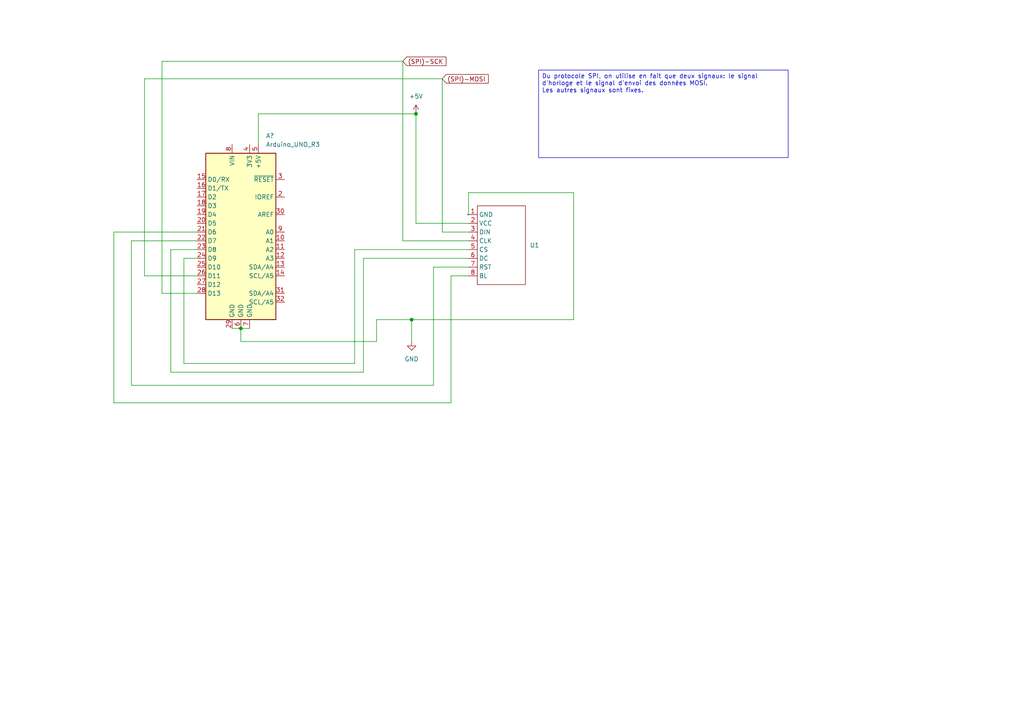
<source format=kicad_sch>
(kicad_sch (version 20230121) (generator eeschema)

  (uuid 4fd0e408-730b-4f40-8331-06ce5caedc80)

  (paper "A4")

  (title_block
    (title "Prototype Affichage de Gare")
    (date "2023-09-10")
    (rev "1")
  )

  (lib_symbols
    (symbol "MCU_Module:Arduino_UNO_R3" (in_bom yes) (on_board yes)
      (property "Reference" "A" (at -10.16 23.495 0)
        (effects (font (size 1.27 1.27)) (justify left bottom))
      )
      (property "Value" "Arduino_UNO_R3" (at 5.08 -26.67 0)
        (effects (font (size 1.27 1.27)) (justify left top))
      )
      (property "Footprint" "Module:Arduino_UNO_R3" (at 0 0 0)
        (effects (font (size 1.27 1.27) italic) hide)
      )
      (property "Datasheet" "https://www.arduino.cc/en/Main/arduinoBoardUno" (at 0 0 0)
        (effects (font (size 1.27 1.27)) hide)
      )
      (property "ki_keywords" "Arduino UNO R3 Microcontroller Module Atmel AVR USB" (at 0 0 0)
        (effects (font (size 1.27 1.27)) hide)
      )
      (property "ki_description" "Arduino UNO Microcontroller Module, release 3" (at 0 0 0)
        (effects (font (size 1.27 1.27)) hide)
      )
      (property "ki_fp_filters" "Arduino*UNO*R3*" (at 0 0 0)
        (effects (font (size 1.27 1.27)) hide)
      )
      (symbol "Arduino_UNO_R3_0_1"
        (rectangle (start -10.16 22.86) (end 10.16 -25.4)
          (stroke (width 0.254) (type default))
          (fill (type background))
        )
      )
      (symbol "Arduino_UNO_R3_1_1"
        (pin no_connect line (at -10.16 -20.32 0) (length 2.54) hide
          (name "NC" (effects (font (size 1.27 1.27))))
          (number "1" (effects (font (size 1.27 1.27))))
        )
        (pin bidirectional line (at 12.7 -2.54 180) (length 2.54)
          (name "A1" (effects (font (size 1.27 1.27))))
          (number "10" (effects (font (size 1.27 1.27))))
        )
        (pin bidirectional line (at 12.7 -5.08 180) (length 2.54)
          (name "A2" (effects (font (size 1.27 1.27))))
          (number "11" (effects (font (size 1.27 1.27))))
        )
        (pin bidirectional line (at 12.7 -7.62 180) (length 2.54)
          (name "A3" (effects (font (size 1.27 1.27))))
          (number "12" (effects (font (size 1.27 1.27))))
        )
        (pin bidirectional line (at 12.7 -10.16 180) (length 2.54)
          (name "SDA/A4" (effects (font (size 1.27 1.27))))
          (number "13" (effects (font (size 1.27 1.27))))
        )
        (pin bidirectional line (at 12.7 -12.7 180) (length 2.54)
          (name "SCL/A5" (effects (font (size 1.27 1.27))))
          (number "14" (effects (font (size 1.27 1.27))))
        )
        (pin bidirectional line (at -12.7 15.24 0) (length 2.54)
          (name "D0/RX" (effects (font (size 1.27 1.27))))
          (number "15" (effects (font (size 1.27 1.27))))
        )
        (pin bidirectional line (at -12.7 12.7 0) (length 2.54)
          (name "D1/TX" (effects (font (size 1.27 1.27))))
          (number "16" (effects (font (size 1.27 1.27))))
        )
        (pin bidirectional line (at -12.7 10.16 0) (length 2.54)
          (name "D2" (effects (font (size 1.27 1.27))))
          (number "17" (effects (font (size 1.27 1.27))))
        )
        (pin bidirectional line (at -12.7 7.62 0) (length 2.54)
          (name "D3" (effects (font (size 1.27 1.27))))
          (number "18" (effects (font (size 1.27 1.27))))
        )
        (pin bidirectional line (at -12.7 5.08 0) (length 2.54)
          (name "D4" (effects (font (size 1.27 1.27))))
          (number "19" (effects (font (size 1.27 1.27))))
        )
        (pin output line (at 12.7 10.16 180) (length 2.54)
          (name "IOREF" (effects (font (size 1.27 1.27))))
          (number "2" (effects (font (size 1.27 1.27))))
        )
        (pin bidirectional line (at -12.7 2.54 0) (length 2.54)
          (name "D5" (effects (font (size 1.27 1.27))))
          (number "20" (effects (font (size 1.27 1.27))))
        )
        (pin bidirectional line (at -12.7 0 0) (length 2.54)
          (name "D6" (effects (font (size 1.27 1.27))))
          (number "21" (effects (font (size 1.27 1.27))))
        )
        (pin bidirectional line (at -12.7 -2.54 0) (length 2.54)
          (name "D7" (effects (font (size 1.27 1.27))))
          (number "22" (effects (font (size 1.27 1.27))))
        )
        (pin bidirectional line (at -12.7 -5.08 0) (length 2.54)
          (name "D8" (effects (font (size 1.27 1.27))))
          (number "23" (effects (font (size 1.27 1.27))))
        )
        (pin bidirectional line (at -12.7 -7.62 0) (length 2.54)
          (name "D9" (effects (font (size 1.27 1.27))))
          (number "24" (effects (font (size 1.27 1.27))))
        )
        (pin bidirectional line (at -12.7 -10.16 0) (length 2.54)
          (name "D10" (effects (font (size 1.27 1.27))))
          (number "25" (effects (font (size 1.27 1.27))))
        )
        (pin bidirectional line (at -12.7 -12.7 0) (length 2.54)
          (name "D11" (effects (font (size 1.27 1.27))))
          (number "26" (effects (font (size 1.27 1.27))))
        )
        (pin bidirectional line (at -12.7 -15.24 0) (length 2.54)
          (name "D12" (effects (font (size 1.27 1.27))))
          (number "27" (effects (font (size 1.27 1.27))))
        )
        (pin bidirectional line (at -12.7 -17.78 0) (length 2.54)
          (name "D13" (effects (font (size 1.27 1.27))))
          (number "28" (effects (font (size 1.27 1.27))))
        )
        (pin power_in line (at -2.54 -27.94 90) (length 2.54)
          (name "GND" (effects (font (size 1.27 1.27))))
          (number "29" (effects (font (size 1.27 1.27))))
        )
        (pin input line (at 12.7 15.24 180) (length 2.54)
          (name "~{RESET}" (effects (font (size 1.27 1.27))))
          (number "3" (effects (font (size 1.27 1.27))))
        )
        (pin input line (at 12.7 5.08 180) (length 2.54)
          (name "AREF" (effects (font (size 1.27 1.27))))
          (number "30" (effects (font (size 1.27 1.27))))
        )
        (pin bidirectional line (at 12.7 -17.78 180) (length 2.54)
          (name "SDA/A4" (effects (font (size 1.27 1.27))))
          (number "31" (effects (font (size 1.27 1.27))))
        )
        (pin bidirectional line (at 12.7 -20.32 180) (length 2.54)
          (name "SCL/A5" (effects (font (size 1.27 1.27))))
          (number "32" (effects (font (size 1.27 1.27))))
        )
        (pin power_out line (at 2.54 25.4 270) (length 2.54)
          (name "3V3" (effects (font (size 1.27 1.27))))
          (number "4" (effects (font (size 1.27 1.27))))
        )
        (pin power_out line (at 5.08 25.4 270) (length 2.54)
          (name "+5V" (effects (font (size 1.27 1.27))))
          (number "5" (effects (font (size 1.27 1.27))))
        )
        (pin power_in line (at 0 -27.94 90) (length 2.54)
          (name "GND" (effects (font (size 1.27 1.27))))
          (number "6" (effects (font (size 1.27 1.27))))
        )
        (pin power_in line (at 2.54 -27.94 90) (length 2.54)
          (name "GND" (effects (font (size 1.27 1.27))))
          (number "7" (effects (font (size 1.27 1.27))))
        )
        (pin power_in line (at -2.54 25.4 270) (length 2.54)
          (name "VIN" (effects (font (size 1.27 1.27))))
          (number "8" (effects (font (size 1.27 1.27))))
        )
        (pin bidirectional line (at 12.7 0 180) (length 2.54)
          (name "A0" (effects (font (size 1.27 1.27))))
          (number "9" (effects (font (size 1.27 1.27))))
        )
      )
    )
    (symbol "OLED_GFX:1.14inch_LCD_Breakout" (in_bom yes) (on_board yes)
      (property "Reference" "U" (at 6.35 5.08 0)
        (effects (font (size 1.27 1.27)))
      )
      (property "Value" "" (at 0 0 0)
        (effects (font (size 1.27 1.27)))
      )
      (property "Footprint" "" (at 0 0 0)
        (effects (font (size 1.27 1.27)) hide)
      )
      (property "Datasheet" "" (at 0 0 0)
        (effects (font (size 1.27 1.27)) hide)
      )
      (symbol "1.14inch_LCD_Breakout_0_1"
        (rectangle (start 2.54 2.54) (end 16.51 -20.32)
          (stroke (width 0) (type default))
          (fill (type none))
        )
      )
      (symbol "1.14inch_LCD_Breakout_1_1"
        (pin power_in line (at 0 0 0) (length 2.54)
          (name "GND" (effects (font (size 1.27 1.27))))
          (number "1" (effects (font (size 1.27 1.27))))
        )
        (pin power_in line (at 0 -2.54 0) (length 2.54)
          (name "VCC" (effects (font (size 1.27 1.27))))
          (number "2" (effects (font (size 1.27 1.27))))
        )
        (pin bidirectional line (at 0 -5.08 0) (length 2.54)
          (name "DIN" (effects (font (size 1.27 1.27))))
          (number "3" (effects (font (size 1.27 1.27))))
        )
        (pin input line (at 0 -7.62 0) (length 2.54)
          (name "CLK" (effects (font (size 1.27 1.27))))
          (number "4" (effects (font (size 1.27 1.27))))
        )
        (pin input line (at 0 -10.16 0) (length 2.54)
          (name "CS" (effects (font (size 1.27 1.27))))
          (number "5" (effects (font (size 1.27 1.27))))
        )
        (pin input line (at 0 -12.7 0) (length 2.54)
          (name "DC" (effects (font (size 1.27 1.27))))
          (number "6" (effects (font (size 1.27 1.27))))
        )
        (pin input line (at 0 -15.24 0) (length 2.54)
          (name "RST" (effects (font (size 1.27 1.27))))
          (number "7" (effects (font (size 1.27 1.27))))
        )
        (pin input line (at 0 -17.78 0) (length 2.54)
          (name "BL" (effects (font (size 1.27 1.27))))
          (number "8" (effects (font (size 1.27 1.27))))
        )
      )
    )
    (symbol "power:+5V" (power) (pin_names (offset 0)) (in_bom yes) (on_board yes)
      (property "Reference" "#PWR" (at 0 -3.81 0)
        (effects (font (size 1.27 1.27)) hide)
      )
      (property "Value" "+5V" (at 0 3.556 0)
        (effects (font (size 1.27 1.27)))
      )
      (property "Footprint" "" (at 0 0 0)
        (effects (font (size 1.27 1.27)) hide)
      )
      (property "Datasheet" "" (at 0 0 0)
        (effects (font (size 1.27 1.27)) hide)
      )
      (property "ki_keywords" "global power" (at 0 0 0)
        (effects (font (size 1.27 1.27)) hide)
      )
      (property "ki_description" "Power symbol creates a global label with name \"+5V\"" (at 0 0 0)
        (effects (font (size 1.27 1.27)) hide)
      )
      (symbol "+5V_0_1"
        (polyline
          (pts
            (xy -0.762 1.27)
            (xy 0 2.54)
          )
          (stroke (width 0) (type default))
          (fill (type none))
        )
        (polyline
          (pts
            (xy 0 0)
            (xy 0 2.54)
          )
          (stroke (width 0) (type default))
          (fill (type none))
        )
        (polyline
          (pts
            (xy 0 2.54)
            (xy 0.762 1.27)
          )
          (stroke (width 0) (type default))
          (fill (type none))
        )
      )
      (symbol "+5V_1_1"
        (pin power_in line (at 0 0 90) (length 0) hide
          (name "+5V" (effects (font (size 1.27 1.27))))
          (number "1" (effects (font (size 1.27 1.27))))
        )
      )
    )
    (symbol "power:GND" (power) (pin_names (offset 0)) (in_bom yes) (on_board yes)
      (property "Reference" "#PWR" (at 0 -6.35 0)
        (effects (font (size 1.27 1.27)) hide)
      )
      (property "Value" "GND" (at 0 -3.81 0)
        (effects (font (size 1.27 1.27)))
      )
      (property "Footprint" "" (at 0 0 0)
        (effects (font (size 1.27 1.27)) hide)
      )
      (property "Datasheet" "" (at 0 0 0)
        (effects (font (size 1.27 1.27)) hide)
      )
      (property "ki_keywords" "global power" (at 0 0 0)
        (effects (font (size 1.27 1.27)) hide)
      )
      (property "ki_description" "Power symbol creates a global label with name \"GND\" , ground" (at 0 0 0)
        (effects (font (size 1.27 1.27)) hide)
      )
      (symbol "GND_0_1"
        (polyline
          (pts
            (xy 0 0)
            (xy 0 -1.27)
            (xy 1.27 -1.27)
            (xy 0 -2.54)
            (xy -1.27 -1.27)
            (xy 0 -1.27)
          )
          (stroke (width 0) (type default))
          (fill (type none))
        )
      )
      (symbol "GND_1_1"
        (pin power_in line (at 0 0 270) (length 0) hide
          (name "GND" (effects (font (size 1.27 1.27))))
          (number "1" (effects (font (size 1.27 1.27))))
        )
      )
    )
  )

  (junction (at 69.85 95.25) (diameter 0) (color 0 0 0 0)
    (uuid 8bb60c1d-562c-4356-9d83-57aabc319c11)
  )
  (junction (at 119.38 92.71) (diameter 0) (color 0 0 0 0)
    (uuid c159eaf2-2810-4fcc-a371-f8d85faebd73)
  )
  (junction (at 120.65 33.02) (diameter 0) (color 0 0 0 0)
    (uuid f1bed6d8-caf5-4f31-887b-d9879e85210e)
  )

  (wire (pts (xy 102.87 72.39) (xy 135.89 72.39))
    (stroke (width 0) (type default))
    (uuid 0251190f-29a2-458d-a7e2-2861ed231292)
  )
  (wire (pts (xy 74.93 33.02) (xy 120.65 33.02))
    (stroke (width 0) (type default))
    (uuid 05e871df-9f57-4c01-9eae-b5eb6b8a52d7)
  )
  (wire (pts (xy 166.37 55.88) (xy 166.37 92.71))
    (stroke (width 0) (type default))
    (uuid 0702c3f2-0142-4448-b496-da160199603d)
  )
  (wire (pts (xy 135.89 55.88) (xy 166.37 55.88))
    (stroke (width 0) (type default))
    (uuid 0cfc3dc0-1e09-4086-adba-ed04881bda43)
  )
  (wire (pts (xy 57.15 74.93) (xy 53.34 74.93))
    (stroke (width 0) (type default))
    (uuid 1439aa26-c37f-4524-9dc3-a15f07a9ba4f)
  )
  (wire (pts (xy 33.02 67.31) (xy 33.02 116.84))
    (stroke (width 0) (type default))
    (uuid 182d2d13-51e2-4f4b-9299-587697b08918)
  )
  (wire (pts (xy 57.15 85.09) (xy 46.99 85.09))
    (stroke (width 0) (type default))
    (uuid 1c760d94-4cb9-4454-9556-8844757aafc8)
  )
  (wire (pts (xy 46.99 85.09) (xy 46.99 17.78))
    (stroke (width 0) (type default))
    (uuid 23afbbbd-e081-4261-81ea-a950a875467c)
  )
  (wire (pts (xy 57.15 67.31) (xy 33.02 67.31))
    (stroke (width 0) (type default))
    (uuid 2ce90a7a-9bd5-4c2a-b1e3-84f5a5131aca)
  )
  (wire (pts (xy 49.53 107.95) (xy 105.41 107.95))
    (stroke (width 0) (type default))
    (uuid 2ec6f504-7279-4487-8144-28429815f99d)
  )
  (wire (pts (xy 130.81 80.01) (xy 135.89 80.01))
    (stroke (width 0) (type default))
    (uuid 3008737c-a67b-41a9-9a37-eb35618772cb)
  )
  (wire (pts (xy 116.84 17.78) (xy 116.84 69.85))
    (stroke (width 0) (type default))
    (uuid 361b825e-431a-4695-b6f3-65d4536c164f)
  )
  (wire (pts (xy 109.22 99.06) (xy 109.22 92.71))
    (stroke (width 0) (type default))
    (uuid 40cd37c2-1a3f-4a45-a052-7e1e9ccb7f2c)
  )
  (wire (pts (xy 69.85 95.25) (xy 69.85 99.06))
    (stroke (width 0) (type default))
    (uuid 4f83b22c-581c-4b0c-afd0-abcd0f56175e)
  )
  (wire (pts (xy 69.85 95.25) (xy 72.39 95.25))
    (stroke (width 0) (type default))
    (uuid 541e7e90-ce45-484d-89c8-5bc81d50ae1b)
  )
  (wire (pts (xy 53.34 105.41) (xy 102.87 105.41))
    (stroke (width 0) (type default))
    (uuid 5e18cd4c-d698-4712-80eb-e4f7d942b5bd)
  )
  (wire (pts (xy 38.1 111.76) (xy 125.73 111.76))
    (stroke (width 0) (type default))
    (uuid 635e011c-5136-4179-8026-aca0f42e50d6)
  )
  (wire (pts (xy 130.81 116.84) (xy 130.81 80.01))
    (stroke (width 0) (type default))
    (uuid 6914f925-dc59-4329-b702-81e83854ba3d)
  )
  (wire (pts (xy 135.89 62.23) (xy 135.89 55.88))
    (stroke (width 0) (type default))
    (uuid 692243a1-ce76-4dde-b472-8e97109d8283)
  )
  (wire (pts (xy 120.65 64.77) (xy 120.65 33.02))
    (stroke (width 0) (type default))
    (uuid 6fce2da8-97be-4b81-8225-97aaa723b649)
  )
  (wire (pts (xy 105.41 107.95) (xy 105.41 74.93))
    (stroke (width 0) (type default))
    (uuid 7fc4ffc6-b181-408a-aa75-2c6d43e2caf8)
  )
  (wire (pts (xy 49.53 72.39) (xy 49.53 107.95))
    (stroke (width 0) (type default))
    (uuid 80bfe216-c87d-419d-b373-3e5c0b2619f2)
  )
  (wire (pts (xy 105.41 74.93) (xy 135.89 74.93))
    (stroke (width 0) (type default))
    (uuid 88934ed3-ff8a-48f7-b941-f2f8123ba4f3)
  )
  (wire (pts (xy 102.87 105.41) (xy 102.87 72.39))
    (stroke (width 0) (type default))
    (uuid 8dbed87d-6813-4c17-a37f-57b8a60b4711)
  )
  (wire (pts (xy 128.27 67.31) (xy 135.89 67.31))
    (stroke (width 0) (type default))
    (uuid 8eeb1b35-c2aa-4e4f-8d9c-d67fb4f8010d)
  )
  (wire (pts (xy 135.89 64.77) (xy 120.65 64.77))
    (stroke (width 0) (type default))
    (uuid 8f65eb5d-d7f3-4d59-aa4f-f0b5f4016efb)
  )
  (wire (pts (xy 74.93 41.91) (xy 74.93 33.02))
    (stroke (width 0) (type default))
    (uuid 90e57acf-6bce-47c1-b6f0-52a6e2637496)
  )
  (wire (pts (xy 125.73 77.47) (xy 135.89 77.47))
    (stroke (width 0) (type default))
    (uuid 980b140d-f393-4003-8b23-890b21e63960)
  )
  (wire (pts (xy 69.85 99.06) (xy 109.22 99.06))
    (stroke (width 0) (type default))
    (uuid 99dc7191-1c7c-471e-8324-0a5e1fa3565b)
  )
  (wire (pts (xy 53.34 74.93) (xy 53.34 105.41))
    (stroke (width 0) (type default))
    (uuid 9b1833e2-bd88-4a36-9cf0-3abb9faa8d35)
  )
  (wire (pts (xy 57.15 69.85) (xy 38.1 69.85))
    (stroke (width 0) (type default))
    (uuid a0a4d496-4d7e-4cad-983c-4f8987609fdb)
  )
  (wire (pts (xy 41.91 80.01) (xy 41.91 22.86))
    (stroke (width 0) (type default))
    (uuid a3e85247-fc68-4dec-a262-a4d07f919a82)
  )
  (wire (pts (xy 57.15 80.01) (xy 41.91 80.01))
    (stroke (width 0) (type default))
    (uuid a987a331-b712-4d2d-bc8d-3e8063a6cc7e)
  )
  (wire (pts (xy 125.73 111.76) (xy 125.73 77.47))
    (stroke (width 0) (type default))
    (uuid af348eda-775f-4767-bda7-7e9512a46b45)
  )
  (wire (pts (xy 46.99 17.78) (xy 116.84 17.78))
    (stroke (width 0) (type default))
    (uuid b26b4243-9a50-4940-9b76-2be7c40dabde)
  )
  (wire (pts (xy 109.22 92.71) (xy 119.38 92.71))
    (stroke (width 0) (type default))
    (uuid c2241e42-9f79-4b03-9b51-7fc1c0cb8602)
  )
  (wire (pts (xy 67.31 95.25) (xy 69.85 95.25))
    (stroke (width 0) (type default))
    (uuid c36b97e3-8774-45f1-b913-62fb668732fa)
  )
  (wire (pts (xy 33.02 116.84) (xy 130.81 116.84))
    (stroke (width 0) (type default))
    (uuid c88910b5-63f7-4c27-a2b1-076a6bf3e7f9)
  )
  (wire (pts (xy 128.27 22.86) (xy 128.27 67.31))
    (stroke (width 0) (type default))
    (uuid dadb4772-f2c1-49e5-aa8a-5a080140e343)
  )
  (wire (pts (xy 41.91 22.86) (xy 128.27 22.86))
    (stroke (width 0) (type default))
    (uuid dcecfb2c-e478-431e-b024-4c684dbd34de)
  )
  (wire (pts (xy 119.38 92.71) (xy 119.38 99.06))
    (stroke (width 0) (type default))
    (uuid ed8bfec3-e359-43e4-a49e-089183bdc50d)
  )
  (wire (pts (xy 166.37 92.71) (xy 119.38 92.71))
    (stroke (width 0) (type default))
    (uuid f24c34b1-ecf0-4c1a-b720-121f65c65452)
  )
  (wire (pts (xy 38.1 69.85) (xy 38.1 111.76))
    (stroke (width 0) (type default))
    (uuid f346892e-f6c7-48de-8ce0-438c75caeab9)
  )
  (wire (pts (xy 57.15 72.39) (xy 49.53 72.39))
    (stroke (width 0) (type default))
    (uuid f3cc7548-8346-4e22-ad32-782254b0d1c3)
  )
  (wire (pts (xy 116.84 69.85) (xy 135.89 69.85))
    (stroke (width 0) (type default))
    (uuid ff94b498-9e1d-4429-b1ec-ea9a3c52070b)
  )

  (text_box "Du protocole SPI, on utilise en fait que deux signaux: le signal d'horloge et le signal d'envoi des données MOSI.\nLes autres signaux sont fixes."
    (at 156.21 20.32 0) (size 72.39 25.4)
    (stroke (width 0) (type default))
    (fill (type none))
    (effects (font (size 1.27 1.27)) (justify left top))
    (uuid 1cdf3d56-9a8f-45af-810c-665dc7f845e9)
  )

  (global_label "(SPI)-SCK" (shape input) (at 116.84 17.78 0) (fields_autoplaced)
    (effects (font (size 1.27 1.27)) (justify left))
    (uuid 38c893da-e706-4109-8e38-cda891659262)
    (property "Intersheetrefs" "${INTERSHEET_REFS}" (at 129.9248 17.78 0)
      (effects (font (size 1.27 1.27)) (justify left) hide)
    )
  )
  (global_label "(SPI)-MOSI" (shape input) (at 128.27 22.86 0) (fields_autoplaced)
    (effects (font (size 1.27 1.27)) (justify left))
    (uuid f5e0d13a-e930-40ed-b582-b4f1ebcbb6c1)
    (property "Intersheetrefs" "${INTERSHEET_REFS}" (at 142.2015 22.86 0)
      (effects (font (size 1.27 1.27)) (justify left) hide)
    )
  )

  (symbol (lib_id "power:GND") (at 119.38 99.06 0) (unit 1)
    (in_bom yes) (on_board yes) (dnp no) (fields_autoplaced)
    (uuid 1d423d9f-a52c-4da9-b4d7-a0ac9824facb)
    (property "Reference" "#PWR02" (at 119.38 105.41 0)
      (effects (font (size 1.27 1.27)) hide)
    )
    (property "Value" "GND" (at 119.38 104.14 0)
      (effects (font (size 1.27 1.27)))
    )
    (property "Footprint" "" (at 119.38 99.06 0)
      (effects (font (size 1.27 1.27)) hide)
    )
    (property "Datasheet" "" (at 119.38 99.06 0)
      (effects (font (size 1.27 1.27)) hide)
    )
    (pin "1" (uuid 222d27f8-473e-4ee4-aaf3-6bcae3aa9ec8))
    (instances
      (project "OLED_GFX_DUDU_v2c"
        (path "/4fd0e408-730b-4f40-8331-06ce5caedc80"
          (reference "#PWR02") (unit 1)
        )
      )
    )
  )

  (symbol (lib_id "OLED_GFX:1.14inch_LCD_Breakout") (at 135.89 62.23 0) (unit 1)
    (in_bom yes) (on_board yes) (dnp no) (fields_autoplaced)
    (uuid b12f0f11-b9fe-44c6-a53d-13a7a6b2dc63)
    (property "Reference" "U1" (at 153.67 71.12 0)
      (effects (font (size 1.27 1.27)) (justify left))
    )
    (property "Value" "~" (at 135.89 62.23 0)
      (effects (font (size 1.27 1.27)))
    )
    (property "Footprint" "" (at 135.89 62.23 0)
      (effects (font (size 1.27 1.27)) hide)
    )
    (property "Datasheet" "" (at 135.89 62.23 0)
      (effects (font (size 1.27 1.27)) hide)
    )
    (pin "1" (uuid 2bb57dbe-faf0-48aa-b4f3-8aa27ce85971))
    (pin "2" (uuid 845f102a-d385-4d6d-924e-0f77c925bf84))
    (pin "3" (uuid afa6caab-e425-49aa-a31b-b349b32a0122))
    (pin "4" (uuid 7779c5d0-6bc5-41f2-a73f-139e4f30746c))
    (pin "5" (uuid d2fb41f7-261b-4a5f-9665-dc4647ae56cb))
    (pin "6" (uuid 9e3ff220-88f7-4614-8c18-4585bca15364))
    (pin "7" (uuid 06e2a4f6-286d-4ffb-9ad0-7dcc77e1371d))
    (pin "8" (uuid 93e8429f-af01-4acf-974c-503b280db923))
    (instances
      (project "OLED_GFX_DUDU_v2c"
        (path "/4fd0e408-730b-4f40-8331-06ce5caedc80"
          (reference "U1") (unit 1)
        )
      )
    )
  )

  (symbol (lib_id "power:+5V") (at 120.65 33.02 0) (unit 1)
    (in_bom yes) (on_board yes) (dnp no) (fields_autoplaced)
    (uuid edd5d38f-423b-4734-b3ef-933e07e69502)
    (property "Reference" "#PWR01" (at 120.65 36.83 0)
      (effects (font (size 1.27 1.27)) hide)
    )
    (property "Value" "+5V" (at 120.65 27.94 0)
      (effects (font (size 1.27 1.27)))
    )
    (property "Footprint" "" (at 120.65 33.02 0)
      (effects (font (size 1.27 1.27)) hide)
    )
    (property "Datasheet" "" (at 120.65 33.02 0)
      (effects (font (size 1.27 1.27)) hide)
    )
    (pin "1" (uuid 32fe16df-e8aa-4293-b5a1-3e12ed7daaaa))
    (instances
      (project "OLED_GFX_DUDU_v2c"
        (path "/4fd0e408-730b-4f40-8331-06ce5caedc80"
          (reference "#PWR01") (unit 1)
        )
      )
    )
  )

  (symbol (lib_id "MCU_Module:Arduino_UNO_R3") (at 69.85 67.31 0) (unit 1)
    (in_bom yes) (on_board yes) (dnp no) (fields_autoplaced)
    (uuid fd1ca22b-73a7-4a2c-84db-65f413a3cc01)
    (property "Reference" "A?" (at 77.1241 39.37 0)
      (effects (font (size 1.27 1.27)) (justify left))
    )
    (property "Value" "Arduino_UNO_R3" (at 77.1241 41.91 0)
      (effects (font (size 1.27 1.27)) (justify left))
    )
    (property "Footprint" "Module:Arduino_UNO_R3" (at 69.85 67.31 0)
      (effects (font (size 1.27 1.27) italic) hide)
    )
    (property "Datasheet" "https://www.arduino.cc/en/Main/arduinoBoardUno" (at 69.85 67.31 0)
      (effects (font (size 1.27 1.27)) hide)
    )
    (pin "1" (uuid 18a42d1f-35a4-4c6a-bfce-e4fc1f89296a))
    (pin "10" (uuid 6b616da4-d47a-4b20-bbc3-c70698ee5a6b))
    (pin "11" (uuid 0160f760-6c1a-41ff-bedb-995ef54214ca))
    (pin "12" (uuid 40fa71ec-ccb9-4cd7-9493-373b08b23f1b))
    (pin "13" (uuid ec4f1687-385e-4fec-a720-d199f053c372))
    (pin "14" (uuid c5805a4d-8203-47b3-a1d6-44ad87ff249f))
    (pin "15" (uuid 1d2bd183-254c-4d66-b372-95d5dc80902f))
    (pin "16" (uuid 4332d210-6010-4efc-bb59-919c2d59fe1a))
    (pin "17" (uuid 24ee9bf7-55a6-49a2-be8b-cb85185a7def))
    (pin "18" (uuid c964ac73-9374-40b7-aef0-3539224b2f39))
    (pin "19" (uuid 3eb9e219-4bb4-40fd-b739-aa5844d47d8a))
    (pin "2" (uuid a11f0c36-86ad-4d7a-8126-86f9483e89d6))
    (pin "20" (uuid 9e409564-eec3-47cc-bc94-63aff95c5c54))
    (pin "21" (uuid 9059528e-0585-4244-b8df-cca45bc754c3))
    (pin "22" (uuid 192b4350-9244-4f77-be53-2ebac0f353ce))
    (pin "23" (uuid 35b73359-2b05-46de-bbe5-bc7401685926))
    (pin "24" (uuid 527a7146-d746-46e3-a4a3-8cef3af50bc1))
    (pin "25" (uuid 0bf9cb83-b692-46c2-8c09-00ecbe0adff0))
    (pin "26" (uuid 20a71df8-50a5-4bb7-9cec-7c013cb2e95d))
    (pin "27" (uuid e30f1236-acc4-4637-a833-1fe9e074ad9c))
    (pin "28" (uuid d9a25591-5f82-40d0-ac46-ac65e8f31988))
    (pin "29" (uuid d72e5e5a-aeb4-4f31-bd9c-17df93c9004a))
    (pin "3" (uuid d245f8dd-76d7-4446-96b2-92c38f0b3328))
    (pin "30" (uuid 1dfd8cb5-f418-4f43-a626-3e870c04aa7a))
    (pin "31" (uuid eb083ea2-aa11-4d20-aa59-8169038fcf28))
    (pin "32" (uuid 39780c4b-c0c8-4961-8f43-0bc066931881))
    (pin "4" (uuid a2399d22-ad19-47b2-9590-0ee92d809e17))
    (pin "5" (uuid 6856aabd-948c-4516-a465-9fd7d4ceafda))
    (pin "6" (uuid b39f6908-a955-42ec-9c73-c1eed24acfd9))
    (pin "7" (uuid 4f730cd5-a7ed-4bfe-9059-2d3daf0f7e77))
    (pin "8" (uuid 2eee04ef-7138-4bac-a248-eefc32ba6675))
    (pin "9" (uuid a89e7635-684b-4d6e-a752-4d1e0aa32cc6))
    (instances
      (project "OLED_GFX_DUDU_v2c"
        (path "/4fd0e408-730b-4f40-8331-06ce5caedc80"
          (reference "A?") (unit 1)
        )
      )
    )
  )

  (sheet_instances
    (path "/" (page "1"))
  )
)

</source>
